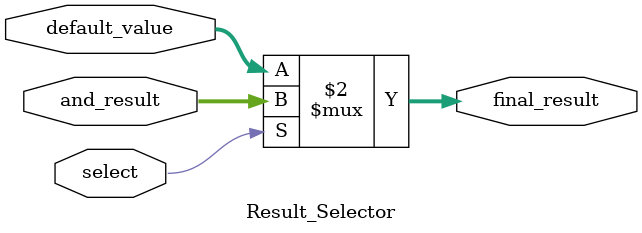
<source format=sv>
module Conditional_AND_Top (
    input sel,
    input [7:0] op_a, op_b,
    output [7:0] res
);
    // Internal signals
    wire [7:0] and_result;
    wire [7:0] default_value;
    
    // Instantiate submodules
    Bitwise_AND bitwise_and_inst (
        .in_a(op_a),
        .in_b(op_b),
        .out_result(and_result)
    );
    
    Default_Value default_value_inst (
        .out_value(default_value)
    );
    
    Result_Selector result_selector_inst (
        .select(sel),
        .and_result(and_result),
        .default_value(default_value),
        .final_result(res)
    );
    
endmodule

// Submodule for bitwise AND operation
module Bitwise_AND (
    input [7:0] in_a, in_b,
    output [7:0] out_result
);
    assign out_result = in_a & in_b;
endmodule

// Submodule for providing default value
module Default_Value (
    output [7:0] out_value
);
    assign out_value = 8'hFF;
endmodule

// Submodule for selecting final result based on control signal
module Result_Selector (
    input select,
    input [7:0] and_result, default_value,
    output reg [7:0] final_result
);
    always @(*) begin
        final_result = select ? and_result : default_value;
    end
endmodule
</source>
